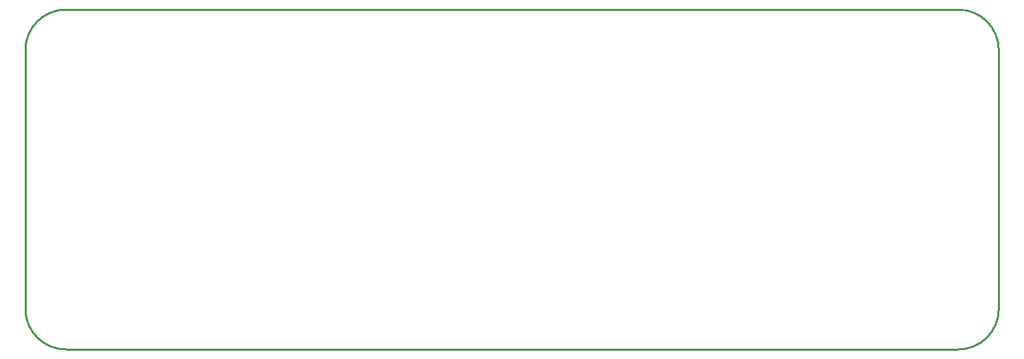
<source format=gbr>
%TF.GenerationSoftware,KiCad,Pcbnew,(6.0.4)*%
%TF.CreationDate,2022-04-30T20:48:29+02:00*%
%TF.ProjectId,bottomplate,626f7474-6f6d-4706-9c61-74652e6b6963,rev?*%
%TF.SameCoordinates,Original*%
%TF.FileFunction,Profile,NP*%
%FSLAX46Y46*%
G04 Gerber Fmt 4.6, Leading zero omitted, Abs format (unit mm)*
G04 Created by KiCad (PCBNEW (6.0.4)) date 2022-04-30 20:48:29*
%MOMM*%
%LPD*%
G01*
G04 APERTURE LIST*
%TA.AperFunction,Profile*%
%ADD10C,0.250000*%
%TD*%
G04 APERTURE END LIST*
D10*
X95330000Y-117050000D02*
X205330000Y-117050000D01*
X95330000Y-75050000D02*
G75*
G03*
X90330000Y-80050000I0J-5000000D01*
G01*
X90330000Y-112050000D02*
G75*
G03*
X95330000Y-117050000I5000000J0D01*
G01*
X210330000Y-112050000D02*
X210330000Y-80050000D01*
X90330000Y-80050000D02*
X90330000Y-112050000D01*
X205330000Y-117050000D02*
G75*
G03*
X210330000Y-112050000I0J5000000D01*
G01*
X210330000Y-80050000D02*
G75*
G03*
X205330000Y-75050000I-5000000J0D01*
G01*
X205330000Y-75050000D02*
X95330000Y-75050000D01*
M02*

</source>
